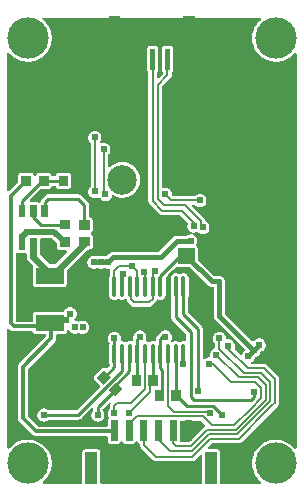
<source format=gbl>
G04 Layer: BottomLayer*
G04 EasyEDA v6.4.24, 2021-09-13T20:31:56+08:00*
G04 7c28fe87c5d546dabd79321d24f41f1d,34bb6763e28e4bbdb854ef51fa08daf4,10*
G04 Gerber Generator version 0.2*
G04 Scale: 100 percent, Rotated: No, Reflected: No *
G04 Dimensions in millimeters *
G04 leading zeros omitted , absolute positions ,4 integer and 5 decimal *
%FSLAX45Y45*%
%MOMM*%

%ADD10C,0.2540*%
%ADD11C,0.2000*%
%ADD12C,0.6000*%
%ADD13C,0.5000*%
%ADD14C,0.4000*%
%ADD15C,0.6096*%
%ADD18R,0.8640X0.8065*%
%ADD30C,2.5000*%
%ADD31C,1.8000*%
%ADD32C,3.5000*%
%ADD33C,0.3000*%
%ADD34C,0.3640*%

%LPD*%
G36*
X-104597Y-2117090D02*
G01*
X-108458Y-2116328D01*
X-111760Y-2114092D01*
X-195122Y-2030780D01*
X-197307Y-2027478D01*
X-198069Y-2023567D01*
X-198069Y-1943862D01*
X-198983Y-1933702D01*
X-200253Y-1928926D01*
X-200609Y-1926336D01*
X-200609Y-1907387D01*
X-199745Y-1903272D01*
X-197307Y-1899869D01*
X-193700Y-1897735D01*
X-189534Y-1897227D01*
X-182575Y-1897837D01*
X-172821Y-1896973D01*
X-163322Y-1894433D01*
X-160985Y-1893366D01*
X-156718Y-1892401D01*
X-100736Y-1892401D01*
X-96824Y-1893163D01*
X-93573Y-1895398D01*
X-59385Y-1929536D01*
X-57200Y-1932838D01*
X-56388Y-1936750D01*
X-56388Y-1969262D01*
X-55676Y-1975612D01*
X-53797Y-1981047D01*
X-50698Y-1985975D01*
X-46634Y-1990039D01*
X-41706Y-1993138D01*
X-36271Y-1995068D01*
X-29921Y-1995779D01*
X21590Y-1995779D01*
X25450Y-1996541D01*
X28752Y-1998725D01*
X30937Y-2002028D01*
X31750Y-2005939D01*
X30937Y-2009800D01*
X28752Y-2013102D01*
X-72339Y-2114092D01*
X-75641Y-2116328D01*
X-79552Y-2117090D01*
G37*

%LPD*%
G36*
X997153Y-3621684D02*
G01*
X992987Y-3620820D01*
X989584Y-3618280D01*
X987450Y-3614623D01*
X987044Y-3610406D01*
X987399Y-3607409D01*
X987399Y-3449675D01*
X988161Y-3445764D01*
X990346Y-3442462D01*
X993648Y-3440277D01*
X997559Y-3439515D01*
X1161999Y-3439515D01*
X1165910Y-3440277D01*
X1169212Y-3442462D01*
X1199845Y-3473145D01*
X1202131Y-3476650D01*
X1202791Y-3480765D01*
X1201775Y-3484829D01*
X1199134Y-3488131D01*
X1193495Y-3492855D01*
X1067612Y-3618737D01*
X1064310Y-3620922D01*
X1060399Y-3621684D01*
G37*

%LPD*%
G36*
X1337462Y-3974084D02*
G01*
X1333601Y-3973322D01*
X1330299Y-3971137D01*
X1328064Y-3967835D01*
X1327302Y-3963924D01*
X1327302Y-3708552D01*
X1326591Y-3702253D01*
X1324660Y-3696766D01*
X1321612Y-3691890D01*
X1317498Y-3687775D01*
X1312621Y-3684727D01*
X1307134Y-3682796D01*
X1300835Y-3682085D01*
X1231900Y-3682085D01*
X1228039Y-3681323D01*
X1224737Y-3679088D01*
X1222552Y-3675837D01*
X1221740Y-3671925D01*
X1222552Y-3668014D01*
X1224737Y-3664762D01*
X1256487Y-3632962D01*
X1259789Y-3630777D01*
X1263700Y-3630015D01*
X1485392Y-3630015D01*
X1493367Y-3629151D01*
X1500479Y-3626865D01*
X1507083Y-3623056D01*
X1511554Y-3619195D01*
X1815693Y-3315055D01*
X1820773Y-3308807D01*
X1824177Y-3302152D01*
X1826158Y-3294786D01*
X1826615Y-3288893D01*
X1826615Y-3086608D01*
X1825752Y-3078632D01*
X1823466Y-3071520D01*
X1819656Y-3064916D01*
X1815795Y-3060446D01*
X1727555Y-2972206D01*
X1721307Y-2967126D01*
X1714652Y-2963722D01*
X1707286Y-2961741D01*
X1701393Y-2961284D01*
X1594154Y-2961284D01*
X1590344Y-2960522D01*
X1587093Y-2958388D01*
X1584858Y-2955188D01*
X1583994Y-2951378D01*
X1584655Y-2947517D01*
X1586738Y-2944215D01*
X1589887Y-2941929D01*
X1595323Y-2939389D01*
X1603349Y-2933750D01*
X1610309Y-2926842D01*
X1615948Y-2918764D01*
X1620062Y-2909874D01*
X1621129Y-2905963D01*
X1622602Y-2902762D01*
X1625092Y-2900273D01*
X1628292Y-2898800D01*
X1632153Y-2897733D01*
X1641093Y-2893618D01*
X1649120Y-2887980D01*
X1656080Y-2881020D01*
X1661718Y-2872994D01*
X1665833Y-2864053D01*
X1666849Y-2860294D01*
X1668373Y-2857093D01*
X1670862Y-2854604D01*
X1674063Y-2853131D01*
X1677822Y-2852115D01*
X1686763Y-2847949D01*
X1694789Y-2842310D01*
X1701749Y-2835402D01*
X1707388Y-2827324D01*
X1711502Y-2818434D01*
X1714042Y-2808935D01*
X1714906Y-2799181D01*
X1714042Y-2789377D01*
X1711502Y-2779877D01*
X1707388Y-2770987D01*
X1701749Y-2762910D01*
X1694789Y-2756001D01*
X1686763Y-2750362D01*
X1677822Y-2746197D01*
X1668373Y-2743657D01*
X1658569Y-2742793D01*
X1648764Y-2743657D01*
X1639316Y-2746197D01*
X1630375Y-2750362D01*
X1622348Y-2756001D01*
X1615389Y-2762910D01*
X1614322Y-2764434D01*
X1611122Y-2767431D01*
X1606905Y-2768752D01*
X1602536Y-2768193D01*
X1598828Y-2765806D01*
X1369669Y-2536647D01*
X1367485Y-2533345D01*
X1366723Y-2529484D01*
X1366723Y-2260854D01*
X1366520Y-2256383D01*
X1365910Y-2252167D01*
X1364945Y-2248052D01*
X1363573Y-2244039D01*
X1361897Y-2240127D01*
X1359814Y-2236419D01*
X1357426Y-2232964D01*
X1354734Y-2229662D01*
X1351737Y-2226665D01*
X1348435Y-2223973D01*
X1344980Y-2221585D01*
X1341272Y-2219502D01*
X1337360Y-2217826D01*
X1333347Y-2216454D01*
X1329232Y-2215489D01*
X1325016Y-2214880D01*
X1320546Y-2214676D01*
X1279144Y-2214676D01*
X1275232Y-2213914D01*
X1271930Y-2211730D01*
X1139393Y-2079142D01*
X1137158Y-2075840D01*
X1136396Y-2071979D01*
X1136396Y-1977745D01*
X1135684Y-1971446D01*
X1133805Y-1966010D01*
X1130706Y-1961083D01*
X1129030Y-1959457D01*
X1127048Y-1956562D01*
X1126134Y-1953158D01*
X1126439Y-1949602D01*
X1132433Y-1936953D01*
X1134973Y-1927504D01*
X1135837Y-1917700D01*
X1134973Y-1907895D01*
X1132433Y-1898446D01*
X1128318Y-1889506D01*
X1122680Y-1881479D01*
X1115720Y-1874520D01*
X1107694Y-1868881D01*
X1102156Y-1866341D01*
X1098651Y-1863648D01*
X1096619Y-1859737D01*
X1096416Y-1855368D01*
X1098092Y-1851304D01*
X1101344Y-1848307D01*
X1105560Y-1846986D01*
X1114704Y-1846173D01*
X1124153Y-1843633D01*
X1129842Y-1840992D01*
X1133856Y-1840026D01*
X1137920Y-1840788D01*
X1141323Y-1843024D01*
X1144879Y-1846580D01*
X1152906Y-1852218D01*
X1161846Y-1856333D01*
X1171295Y-1858873D01*
X1181100Y-1859737D01*
X1190904Y-1858873D01*
X1200353Y-1856333D01*
X1209294Y-1852218D01*
X1217320Y-1846580D01*
X1224280Y-1839620D01*
X1229918Y-1831593D01*
X1234033Y-1822653D01*
X1236573Y-1813204D01*
X1237437Y-1803400D01*
X1236573Y-1793595D01*
X1234033Y-1784146D01*
X1229918Y-1775206D01*
X1224280Y-1767179D01*
X1217320Y-1760220D01*
X1208532Y-1754073D01*
X1206195Y-1751838D01*
X1204722Y-1748942D01*
X1201166Y-1738020D01*
X1197356Y-1731416D01*
X1193495Y-1726946D01*
X1094638Y-1628038D01*
X1092454Y-1624736D01*
X1091641Y-1620875D01*
X1092454Y-1616964D01*
X1094638Y-1613662D01*
X1097940Y-1611477D01*
X1101801Y-1610715D01*
X1107998Y-1610715D01*
X1111910Y-1611477D01*
X1115212Y-1613662D01*
X1119479Y-1617980D01*
X1127506Y-1623618D01*
X1136446Y-1627733D01*
X1145895Y-1630273D01*
X1155700Y-1631137D01*
X1165504Y-1630273D01*
X1174953Y-1627733D01*
X1183894Y-1623618D01*
X1191920Y-1617980D01*
X1198880Y-1611020D01*
X1204518Y-1602994D01*
X1208633Y-1594053D01*
X1211173Y-1584604D01*
X1212037Y-1574800D01*
X1211173Y-1564995D01*
X1208633Y-1555546D01*
X1204518Y-1546606D01*
X1198880Y-1538579D01*
X1191920Y-1531620D01*
X1183894Y-1525981D01*
X1174953Y-1521866D01*
X1165504Y-1519326D01*
X1155700Y-1518462D01*
X1145895Y-1519326D01*
X1136446Y-1521866D01*
X1127506Y-1525981D01*
X1119479Y-1531620D01*
X1115212Y-1535938D01*
X1111910Y-1538122D01*
X1107998Y-1538884D01*
X933500Y-1538884D01*
X929589Y-1538122D01*
X926287Y-1535938D01*
X922832Y-1532483D01*
X920496Y-1528775D01*
X919073Y-1514195D01*
X916533Y-1504746D01*
X912418Y-1495806D01*
X906780Y-1487779D01*
X899820Y-1480820D01*
X891794Y-1475181D01*
X882853Y-1471066D01*
X873404Y-1468526D01*
X863600Y-1467662D01*
X853795Y-1468526D01*
X848817Y-1469847D01*
X845108Y-1470152D01*
X841552Y-1469085D01*
X838606Y-1466850D01*
X836676Y-1463700D01*
X836015Y-1460042D01*
X836015Y-616000D01*
X836777Y-612089D01*
X838962Y-608787D01*
X906373Y-541375D01*
X911453Y-535127D01*
X914857Y-528472D01*
X916838Y-521106D01*
X917295Y-515213D01*
X917295Y-493572D01*
X918057Y-489712D01*
X920242Y-486409D01*
X921562Y-485089D01*
X924661Y-480212D01*
X926541Y-474776D01*
X927252Y-468426D01*
X927252Y-289560D01*
X926541Y-283260D01*
X924661Y-277774D01*
X921562Y-272897D01*
X917448Y-268782D01*
X912571Y-265734D01*
X907084Y-263804D01*
X900785Y-263093D01*
X861923Y-263093D01*
X855624Y-263804D01*
X850137Y-265734D01*
X845261Y-268782D01*
X841146Y-272897D01*
X838047Y-277774D01*
X836168Y-283260D01*
X835456Y-289560D01*
X835456Y-468426D01*
X836168Y-474776D01*
X838047Y-480212D01*
X841146Y-485089D01*
X842518Y-486460D01*
X844702Y-489762D01*
X845464Y-493623D01*
X845464Y-496519D01*
X844702Y-500430D01*
X842518Y-503732D01*
X809650Y-536549D01*
X806348Y-538734D01*
X802487Y-539546D01*
X798576Y-538734D01*
X795274Y-536549D01*
X793089Y-533247D01*
X792327Y-529386D01*
X792327Y-493572D01*
X793089Y-489661D01*
X795274Y-486359D01*
X796544Y-485089D01*
X799642Y-480212D01*
X801522Y-474776D01*
X802284Y-468426D01*
X802284Y-289560D01*
X801522Y-283260D01*
X799642Y-277774D01*
X796544Y-272897D01*
X792480Y-268782D01*
X787552Y-265734D01*
X782116Y-263804D01*
X775766Y-263093D01*
X736904Y-263093D01*
X730605Y-263804D01*
X725119Y-265734D01*
X720242Y-268782D01*
X716127Y-272897D01*
X713079Y-277774D01*
X711149Y-283260D01*
X710438Y-289560D01*
X710438Y-468426D01*
X711149Y-474776D01*
X713079Y-480212D01*
X716127Y-485089D01*
X717550Y-486511D01*
X719734Y-489813D01*
X720496Y-493674D01*
X720496Y-1581404D01*
X721360Y-1589379D01*
X723646Y-1596491D01*
X727456Y-1603095D01*
X731316Y-1607566D01*
X812444Y-1688693D01*
X818692Y-1693773D01*
X825347Y-1697177D01*
X832713Y-1699158D01*
X838606Y-1699615D01*
X984199Y-1699615D01*
X988110Y-1700377D01*
X991412Y-1702562D01*
X1049578Y-1760728D01*
X1051560Y-1763623D01*
X1052474Y-1767027D01*
X1052169Y-1770532D01*
X1049426Y-1780895D01*
X1048562Y-1790700D01*
X1049426Y-1800504D01*
X1051966Y-1809953D01*
X1056081Y-1818893D01*
X1061720Y-1826920D01*
X1068679Y-1833880D01*
X1076706Y-1839518D01*
X1082243Y-1842058D01*
X1085748Y-1844751D01*
X1087780Y-1848662D01*
X1087983Y-1853031D01*
X1086307Y-1857095D01*
X1083056Y-1860092D01*
X1078839Y-1861413D01*
X1069695Y-1862226D01*
X1060246Y-1864766D01*
X1051306Y-1868881D01*
X1047038Y-1871319D01*
X1043990Y-1871776D01*
X963421Y-1871827D01*
X954684Y-1873046D01*
X946658Y-1875739D01*
X939292Y-1879854D01*
X932383Y-1885594D01*
X809447Y-2008530D01*
X806145Y-2010714D01*
X802284Y-2011476D01*
X417525Y-2011527D01*
X408787Y-2012746D01*
X400761Y-2015439D01*
X393344Y-2019554D01*
X386486Y-2025294D01*
X371348Y-2040432D01*
X369214Y-2042007D01*
X366776Y-2043023D01*
X359460Y-2045004D01*
X352907Y-2048052D01*
X348589Y-2049018D01*
X344322Y-2048052D01*
X337769Y-2045004D01*
X328269Y-2042464D01*
X318516Y-2041601D01*
X308711Y-2042464D01*
X299212Y-2045004D01*
X292709Y-2048052D01*
X288391Y-2049018D01*
X284073Y-2048052D01*
X277571Y-2045004D01*
X268071Y-2042464D01*
X258317Y-2041601D01*
X248513Y-2042464D01*
X239014Y-2045004D01*
X230124Y-2049170D01*
X222046Y-2054809D01*
X215138Y-2061718D01*
X209499Y-2069795D01*
X205333Y-2078685D01*
X202793Y-2088184D01*
X201930Y-2097989D01*
X202793Y-2107742D01*
X205333Y-2117242D01*
X209499Y-2126132D01*
X215138Y-2134209D01*
X222046Y-2141118D01*
X230124Y-2146757D01*
X239014Y-2150922D01*
X248513Y-2153462D01*
X258317Y-2154326D01*
X268071Y-2153462D01*
X277571Y-2150922D01*
X284073Y-2147874D01*
X288391Y-2146909D01*
X292709Y-2147874D01*
X299212Y-2150922D01*
X308711Y-2153462D01*
X318516Y-2154326D01*
X328269Y-2153462D01*
X337769Y-2150922D01*
X344322Y-2147874D01*
X348589Y-2146909D01*
X352907Y-2147874D01*
X359460Y-2150922D01*
X368909Y-2153462D01*
X378714Y-2154326D01*
X385216Y-2153767D01*
X389077Y-2154174D01*
X392480Y-2155952D01*
X394970Y-2158949D01*
X396189Y-2162606D01*
X395376Y-2172614D01*
X395376Y-2206294D01*
X394309Y-2210816D01*
X390296Y-2218893D01*
X388112Y-2226716D01*
X387299Y-2235250D01*
X387299Y-2372156D01*
X388112Y-2380691D01*
X390296Y-2388514D01*
X393954Y-2395778D01*
X398830Y-2402281D01*
X404825Y-2407767D01*
X411784Y-2412034D01*
X419354Y-2414981D01*
X427329Y-2416454D01*
X435457Y-2416454D01*
X443484Y-2414981D01*
X451053Y-2412034D01*
X458571Y-2407412D01*
X462026Y-2406040D01*
X465785Y-2406040D01*
X469239Y-2407412D01*
X476758Y-2412034D01*
X484327Y-2414981D01*
X492353Y-2416454D01*
X500481Y-2416454D01*
X508457Y-2414981D01*
X516026Y-2412034D01*
X520598Y-2409240D01*
X524408Y-2407818D01*
X528523Y-2408021D01*
X532180Y-2409850D01*
X534822Y-2412898D01*
X536041Y-2416810D01*
X536448Y-2420467D01*
X538734Y-2427579D01*
X542544Y-2434183D01*
X546404Y-2438654D01*
X571144Y-2463393D01*
X577392Y-2468473D01*
X584047Y-2471877D01*
X591413Y-2473858D01*
X597306Y-2474315D01*
X723392Y-2474315D01*
X731367Y-2473452D01*
X738479Y-2471166D01*
X745083Y-2467356D01*
X749554Y-2463495D01*
X781405Y-2431643D01*
X786434Y-2425446D01*
X790448Y-2417521D01*
X792683Y-2414574D01*
X795832Y-2412593D01*
X799490Y-2411933D01*
X803198Y-2412593D01*
X809345Y-2414981D01*
X817321Y-2416454D01*
X825449Y-2416454D01*
X833475Y-2414981D01*
X841044Y-2412034D01*
X847953Y-2407767D01*
X853948Y-2402281D01*
X858875Y-2395778D01*
X862482Y-2388514D01*
X864717Y-2380691D01*
X865530Y-2372156D01*
X865530Y-2235250D01*
X865022Y-2230069D01*
X865581Y-2225700D01*
X867968Y-2221941D01*
X950925Y-2138984D01*
X954024Y-2136851D01*
X957732Y-2136038D01*
X961440Y-2136597D01*
X963726Y-2137410D01*
X970076Y-2138121D01*
X1064260Y-2138121D01*
X1068171Y-2138883D01*
X1071473Y-2141067D01*
X1224737Y-2294280D01*
X1231747Y-2299614D01*
X1239316Y-2303373D01*
X1247597Y-2305710D01*
X1253947Y-2306472D01*
X1264767Y-2306523D01*
X1268679Y-2307285D01*
X1271930Y-2309520D01*
X1274114Y-2312771D01*
X1274876Y-2316683D01*
X1274927Y-2554478D01*
X1276146Y-2563215D01*
X1278839Y-2571242D01*
X1282954Y-2578608D01*
X1288694Y-2585516D01*
X1533956Y-2830779D01*
X1536293Y-2834487D01*
X1536852Y-2838805D01*
X1535531Y-2843022D01*
X1532585Y-2846273D01*
X1530908Y-2847441D01*
X1523949Y-2854350D01*
X1518310Y-2862427D01*
X1514195Y-2871317D01*
X1512976Y-2875737D01*
X1511096Y-2879496D01*
X1507794Y-2882188D01*
X1503730Y-2883255D01*
X1499514Y-2882595D01*
X1496009Y-2880309D01*
X1452321Y-2836672D01*
X1450340Y-2833776D01*
X1449425Y-2830372D01*
X1449730Y-2826867D01*
X1452473Y-2816504D01*
X1453337Y-2806700D01*
X1452473Y-2796895D01*
X1449933Y-2787446D01*
X1445818Y-2778506D01*
X1440180Y-2770479D01*
X1433220Y-2763520D01*
X1425194Y-2757881D01*
X1416253Y-2753766D01*
X1406804Y-2751226D01*
X1397000Y-2750362D01*
X1388059Y-2751124D01*
X1384096Y-2750718D01*
X1380642Y-2748788D01*
X1378153Y-2745689D01*
X1377035Y-2741879D01*
X1376273Y-2733395D01*
X1373733Y-2723946D01*
X1369618Y-2715006D01*
X1363980Y-2706979D01*
X1357020Y-2700020D01*
X1348994Y-2694381D01*
X1340053Y-2690266D01*
X1330604Y-2687726D01*
X1320800Y-2686862D01*
X1310995Y-2687726D01*
X1301546Y-2690266D01*
X1292606Y-2694381D01*
X1284579Y-2700020D01*
X1277620Y-2706979D01*
X1271981Y-2715006D01*
X1267866Y-2723946D01*
X1265326Y-2733395D01*
X1264462Y-2743200D01*
X1265326Y-2753004D01*
X1267866Y-2762453D01*
X1271981Y-2771394D01*
X1277620Y-2779420D01*
X1281938Y-2783687D01*
X1284122Y-2786989D01*
X1284884Y-2790901D01*
X1284884Y-2819806D01*
X1283919Y-2824073D01*
X1281277Y-2827578D01*
X1267206Y-2834081D01*
X1259179Y-2839720D01*
X1252220Y-2846679D01*
X1246581Y-2854706D01*
X1242466Y-2863646D01*
X1239926Y-2873095D01*
X1239062Y-2882900D01*
X1239824Y-2891840D01*
X1239418Y-2895803D01*
X1237488Y-2899257D01*
X1234389Y-2901746D01*
X1230579Y-2902864D01*
X1222095Y-2903626D01*
X1212646Y-2906166D01*
X1203706Y-2910281D01*
X1197610Y-2914599D01*
X1193546Y-2916275D01*
X1189126Y-2916072D01*
X1185214Y-2914040D01*
X1182573Y-2910586D01*
X1181608Y-2906268D01*
X1181608Y-2667508D01*
X1180795Y-2659481D01*
X1178610Y-2652268D01*
X1175054Y-2645562D01*
X1169924Y-2639364D01*
X1058011Y-2527401D01*
X1055776Y-2524099D01*
X1055014Y-2520188D01*
X1055014Y-2395880D01*
X1056081Y-2391359D01*
X1057503Y-2388514D01*
X1059738Y-2380691D01*
X1060500Y-2372156D01*
X1060500Y-2235250D01*
X1059738Y-2226716D01*
X1057503Y-2218893D01*
X1053846Y-2211628D01*
X1048969Y-2205126D01*
X1042974Y-2199640D01*
X1036015Y-2195372D01*
X1028446Y-2192426D01*
X1020470Y-2190902D01*
X1012342Y-2190902D01*
X1004316Y-2192426D01*
X996746Y-2195372D01*
X989228Y-2199995D01*
X985774Y-2201367D01*
X982014Y-2201367D01*
X978560Y-2199995D01*
X971042Y-2195372D01*
X963472Y-2192426D01*
X955446Y-2190902D01*
X947318Y-2190902D01*
X939342Y-2192426D01*
X931773Y-2195372D01*
X924864Y-2199640D01*
X918819Y-2205126D01*
X913942Y-2211628D01*
X910336Y-2218893D01*
X908100Y-2226716D01*
X907287Y-2235250D01*
X907287Y-2372156D01*
X908100Y-2380691D01*
X910336Y-2388514D01*
X912621Y-2393746D01*
X912876Y-2396083D01*
X912876Y-2563876D01*
X913688Y-2571902D01*
X915873Y-2579116D01*
X919429Y-2585821D01*
X924560Y-2592019D01*
X1037894Y-2705404D01*
X1040130Y-2708706D01*
X1040892Y-2712618D01*
X1040892Y-2756712D01*
X1039926Y-2761030D01*
X1037234Y-2764536D01*
X1033271Y-2766517D01*
X1028852Y-2766669D01*
X1020470Y-2765145D01*
X1012342Y-2765145D01*
X1004316Y-2766618D01*
X996746Y-2769565D01*
X989228Y-2774188D01*
X985774Y-2775559D01*
X982014Y-2775559D01*
X978560Y-2774188D01*
X971042Y-2769565D01*
X963472Y-2766618D01*
X955446Y-2765145D01*
X947318Y-2765145D01*
X939342Y-2766618D01*
X931773Y-2769565D01*
X926134Y-2773019D01*
X922477Y-2774391D01*
X918565Y-2774289D01*
X914958Y-2772714D01*
X912266Y-2769870D01*
X910793Y-2766212D01*
X910844Y-2762300D01*
X916533Y-2749753D01*
X919073Y-2740304D01*
X919937Y-2730500D01*
X919073Y-2720695D01*
X916533Y-2711246D01*
X912418Y-2702306D01*
X906780Y-2694279D01*
X899820Y-2687320D01*
X891794Y-2681681D01*
X882853Y-2677566D01*
X873404Y-2675026D01*
X863600Y-2674162D01*
X853795Y-2675026D01*
X844346Y-2677566D01*
X835406Y-2681681D01*
X827379Y-2687320D01*
X820419Y-2694279D01*
X817422Y-2697886D01*
X810564Y-2703576D01*
X794512Y-2719628D01*
X789381Y-2725826D01*
X785825Y-2732532D01*
X783640Y-2739745D01*
X782828Y-2747772D01*
X782828Y-2757373D01*
X782066Y-2761183D01*
X779932Y-2764485D01*
X776681Y-2766669D01*
X772871Y-2767533D01*
X760476Y-2765145D01*
X752348Y-2765145D01*
X744321Y-2766618D01*
X736752Y-2769565D01*
X729234Y-2774188D01*
X725779Y-2775559D01*
X722020Y-2775559D01*
X718566Y-2774188D01*
X711047Y-2769565D01*
X704545Y-2767025D01*
X701090Y-2764790D01*
X698804Y-2761335D01*
X698093Y-2757271D01*
X699008Y-2753258D01*
X700633Y-2749753D01*
X703173Y-2740304D01*
X704037Y-2730500D01*
X703173Y-2720695D01*
X700633Y-2711246D01*
X696518Y-2702306D01*
X690880Y-2694279D01*
X683920Y-2687320D01*
X675894Y-2681681D01*
X666953Y-2677566D01*
X657504Y-2675026D01*
X647700Y-2674162D01*
X637895Y-2675026D01*
X628446Y-2677566D01*
X619506Y-2681681D01*
X611479Y-2687320D01*
X604520Y-2694279D01*
X598881Y-2702306D01*
X594766Y-2711246D01*
X592226Y-2720695D01*
X591362Y-2730500D01*
X591108Y-2736037D01*
X588568Y-2744317D01*
X587806Y-2752293D01*
X587806Y-2757322D01*
X587044Y-2761183D01*
X584860Y-2764434D01*
X581660Y-2766669D01*
X577799Y-2767482D01*
X565454Y-2765145D01*
X557326Y-2765145D01*
X549351Y-2766618D01*
X541782Y-2769565D01*
X534263Y-2774188D01*
X530758Y-2775559D01*
X527050Y-2775559D01*
X523544Y-2774188D01*
X516026Y-2769565D01*
X508457Y-2766618D01*
X500227Y-2765094D01*
X496824Y-2764891D01*
X492912Y-2763875D01*
X489661Y-2761437D01*
X487680Y-2757881D01*
X487222Y-2753868D01*
X488137Y-2743200D01*
X487273Y-2733395D01*
X484733Y-2723946D01*
X480618Y-2715006D01*
X474980Y-2706979D01*
X468020Y-2700020D01*
X459993Y-2694381D01*
X451053Y-2690266D01*
X441604Y-2687726D01*
X431800Y-2686862D01*
X421995Y-2687726D01*
X412546Y-2690266D01*
X403606Y-2694381D01*
X395579Y-2700020D01*
X388620Y-2706979D01*
X382981Y-2715006D01*
X378866Y-2723946D01*
X376326Y-2733395D01*
X375462Y-2743200D01*
X376326Y-2753004D01*
X378866Y-2762453D01*
X382981Y-2771394D01*
X389128Y-2779928D01*
X391414Y-2783433D01*
X392074Y-2787548D01*
X391058Y-2791612D01*
X390296Y-2793085D01*
X388112Y-2800908D01*
X387299Y-2809443D01*
X387299Y-2946349D01*
X388112Y-2954883D01*
X391871Y-2967736D01*
X391160Y-2971901D01*
X388874Y-2975406D01*
X373380Y-2990900D01*
X369925Y-2993186D01*
X365810Y-2993847D01*
X361797Y-2992882D01*
X356260Y-2990189D01*
X350621Y-2988919D01*
X344830Y-2988919D01*
X339191Y-2990189D01*
X334010Y-2992729D01*
X329031Y-2996692D01*
X266192Y-3059531D01*
X262229Y-3064510D01*
X259689Y-3069691D01*
X258419Y-3075330D01*
X258419Y-3081121D01*
X259689Y-3086760D01*
X262229Y-3091992D01*
X266192Y-3096971D01*
X309067Y-3139846D01*
X311302Y-3143148D01*
X312064Y-3147060D01*
X311302Y-3150920D01*
X309067Y-3154222D01*
X113995Y-3349294D01*
X110693Y-3351529D01*
X106781Y-3352292D01*
X-120091Y-3352292D01*
X-124002Y-3351529D01*
X-127304Y-3349294D01*
X-128879Y-3347720D01*
X-136906Y-3342081D01*
X-145846Y-3337966D01*
X-155295Y-3335426D01*
X-165100Y-3334562D01*
X-174904Y-3335426D01*
X-184353Y-3337966D01*
X-193294Y-3342081D01*
X-201320Y-3347720D01*
X-208279Y-3354679D01*
X-213918Y-3362706D01*
X-218033Y-3371646D01*
X-220573Y-3381095D01*
X-221437Y-3390900D01*
X-220573Y-3400704D01*
X-218033Y-3410153D01*
X-213918Y-3419094D01*
X-208279Y-3427120D01*
X-201320Y-3434079D01*
X-193294Y-3439718D01*
X-184353Y-3443833D01*
X-174904Y-3446373D01*
X-165100Y-3447237D01*
X-155295Y-3446373D01*
X-145846Y-3443833D01*
X-136906Y-3439718D01*
X-128879Y-3434079D01*
X-127304Y-3432505D01*
X-124002Y-3430270D01*
X-120091Y-3429508D01*
X126492Y-3429508D01*
X134518Y-3428695D01*
X141732Y-3426510D01*
X148437Y-3422954D01*
X154635Y-3417824D01*
X236169Y-3336340D01*
X239420Y-3334156D01*
X243332Y-3333394D01*
X247243Y-3334156D01*
X250494Y-3336340D01*
X252729Y-3339642D01*
X253492Y-3343554D01*
X253492Y-3345891D01*
X252729Y-3349802D01*
X250494Y-3353104D01*
X248920Y-3354679D01*
X243281Y-3362706D01*
X239166Y-3371646D01*
X236626Y-3381095D01*
X235762Y-3390900D01*
X236626Y-3400704D01*
X239166Y-3410153D01*
X243281Y-3419094D01*
X248920Y-3427120D01*
X255879Y-3434079D01*
X263906Y-3439718D01*
X272846Y-3443833D01*
X282295Y-3446373D01*
X292100Y-3447237D01*
X301904Y-3446373D01*
X311353Y-3443833D01*
X320294Y-3439718D01*
X328320Y-3434079D01*
X335280Y-3427120D01*
X340918Y-3419094D01*
X345033Y-3410153D01*
X347573Y-3400704D01*
X348437Y-3390900D01*
X347573Y-3381095D01*
X345033Y-3371646D01*
X340918Y-3362706D01*
X335280Y-3354679D01*
X333705Y-3353104D01*
X331470Y-3349802D01*
X330708Y-3344976D01*
X331470Y-3341115D01*
X333705Y-3337814D01*
X382778Y-3288741D01*
X386181Y-3286506D01*
X390194Y-3285744D01*
X394157Y-3286658D01*
X397459Y-3289046D01*
X399542Y-3292551D01*
X400100Y-3296615D01*
X398322Y-3301847D01*
X396341Y-3309213D01*
X395884Y-3315106D01*
X395884Y-3330498D01*
X395122Y-3334410D01*
X392938Y-3337712D01*
X388620Y-3341979D01*
X382981Y-3350006D01*
X378866Y-3358946D01*
X376326Y-3368395D01*
X375462Y-3378200D01*
X376326Y-3388004D01*
X378866Y-3397453D01*
X382981Y-3406394D01*
X385318Y-3410712D01*
X385622Y-3414268D01*
X384708Y-3417671D01*
X381355Y-3421887D01*
X378256Y-3426764D01*
X376377Y-3432251D01*
X375666Y-3438550D01*
X375666Y-3479546D01*
X374904Y-3483406D01*
X372668Y-3486708D01*
X369366Y-3488944D01*
X365506Y-3489706D01*
X-207467Y-3489706D01*
X-211328Y-3488944D01*
X-214629Y-3486708D01*
X-299008Y-3402329D01*
X-301193Y-3399028D01*
X-302006Y-3395167D01*
X-302006Y-3005632D01*
X-301193Y-3001772D01*
X-299008Y-2998470D01*
X-72999Y-2772460D01*
X-67614Y-2765907D01*
X-63855Y-2758846D01*
X-61518Y-2751175D01*
X-60706Y-2742692D01*
X-60706Y-2719070D01*
X-59893Y-2715158D01*
X-57708Y-2711856D01*
X-54406Y-2709672D01*
X-50546Y-2708910D01*
X2641Y-2708910D01*
X8940Y-2708198D01*
X14427Y-2706268D01*
X19304Y-2703220D01*
X23418Y-2699105D01*
X26466Y-2694228D01*
X28397Y-2688742D01*
X29108Y-2682443D01*
X29108Y-2677871D01*
X29870Y-2674010D01*
X32004Y-2670759D01*
X35204Y-2668524D01*
X39014Y-2667711D01*
X42875Y-2668371D01*
X46177Y-2670403D01*
X48463Y-2673553D01*
X49580Y-2675991D01*
X55219Y-2684018D01*
X62179Y-2690977D01*
X70205Y-2696616D01*
X79146Y-2700731D01*
X88595Y-2703271D01*
X98399Y-2704134D01*
X108204Y-2703271D01*
X117652Y-2700731D01*
X126187Y-2696768D01*
X130505Y-2695803D01*
X134772Y-2696768D01*
X143306Y-2700731D01*
X152755Y-2703271D01*
X162560Y-2704134D01*
X172364Y-2703271D01*
X181813Y-2700731D01*
X190754Y-2696616D01*
X198780Y-2690977D01*
X205740Y-2684018D01*
X211378Y-2675991D01*
X215493Y-2667050D01*
X218033Y-2657602D01*
X218897Y-2647797D01*
X218033Y-2637993D01*
X215493Y-2628544D01*
X211378Y-2619603D01*
X205740Y-2611577D01*
X198780Y-2604617D01*
X190754Y-2598978D01*
X181813Y-2594864D01*
X172364Y-2592324D01*
X162560Y-2591460D01*
X152755Y-2592324D01*
X143306Y-2594864D01*
X134772Y-2598826D01*
X130505Y-2599791D01*
X126187Y-2598826D01*
X117652Y-2594864D01*
X108204Y-2592324D01*
X102006Y-2591765D01*
X98348Y-2590698D01*
X95300Y-2588412D01*
X93370Y-2585110D01*
X92760Y-2581351D01*
X93573Y-2577642D01*
X95707Y-2574442D01*
X100584Y-2569616D01*
X106222Y-2561590D01*
X110337Y-2552649D01*
X112877Y-2543200D01*
X113741Y-2533396D01*
X112877Y-2523591D01*
X110337Y-2514142D01*
X106222Y-2505202D01*
X100584Y-2497175D01*
X93624Y-2490216D01*
X85598Y-2484577D01*
X76657Y-2480462D01*
X67208Y-2477922D01*
X57404Y-2477058D01*
X47599Y-2477922D01*
X38150Y-2480462D01*
X29209Y-2484577D01*
X21183Y-2490216D01*
X14224Y-2497175D01*
X8585Y-2505202D01*
X5791Y-2511247D01*
X3556Y-2514295D01*
X355Y-2516378D01*
X-3403Y-2517089D01*
X-231241Y-2517089D01*
X-237540Y-2517800D01*
X-243027Y-2519730D01*
X-247904Y-2522778D01*
X-252018Y-2526893D01*
X-255066Y-2531770D01*
X-256997Y-2537256D01*
X-257708Y-2543556D01*
X-257708Y-2590546D01*
X-258470Y-2594406D01*
X-260705Y-2597708D01*
X-263956Y-2599944D01*
X-267868Y-2600706D01*
X-393446Y-2600706D01*
X-397306Y-2599944D01*
X-400608Y-2597708D01*
X-402793Y-2594406D01*
X-403606Y-2590546D01*
X-403606Y-2025091D01*
X-402691Y-2020874D01*
X-400100Y-2017420D01*
X-396341Y-2015388D01*
X-392074Y-2015032D01*
X-382270Y-2018588D01*
X-375920Y-2019300D01*
X-322072Y-2019300D01*
X-316992Y-2019655D01*
X-313283Y-2021738D01*
X-310794Y-2025142D01*
X-309930Y-2029307D01*
X-309930Y-2050745D01*
X-309676Y-2055825D01*
X-309067Y-2060651D01*
X-308000Y-2065426D01*
X-306527Y-2070049D01*
X-304647Y-2074570D01*
X-302412Y-2078888D01*
X-299770Y-2083003D01*
X-296824Y-2086864D01*
X-293370Y-2090623D01*
X-258876Y-2125167D01*
X-256743Y-2128266D01*
X-255879Y-2131974D01*
X-256997Y-2137257D01*
X-257708Y-2143556D01*
X-257708Y-2282444D01*
X-256997Y-2288743D01*
X-255066Y-2294229D01*
X-252018Y-2299106D01*
X-247904Y-2303221D01*
X-243027Y-2306269D01*
X-237540Y-2308199D01*
X-231241Y-2308910D01*
X2641Y-2308910D01*
X8940Y-2308199D01*
X14427Y-2306269D01*
X19304Y-2303221D01*
X23418Y-2299106D01*
X26466Y-2294229D01*
X28397Y-2288743D01*
X29108Y-2282444D01*
X29108Y-2175002D01*
X29870Y-2171141D01*
X32105Y-2167839D01*
X207010Y-1993087D01*
X210312Y-1990852D01*
X214172Y-1990089D01*
X222250Y-1990089D01*
X228549Y-1989378D01*
X234035Y-1987499D01*
X238912Y-1984400D01*
X243027Y-1980285D01*
X246075Y-1975408D01*
X248005Y-1969922D01*
X248716Y-1963623D01*
X248716Y-1884781D01*
X248005Y-1878431D01*
X246075Y-1872996D01*
X243027Y-1868068D01*
X238912Y-1864004D01*
X237032Y-1862785D01*
X234086Y-1859991D01*
X232460Y-1856232D01*
X232460Y-1852168D01*
X234086Y-1848408D01*
X237032Y-1845614D01*
X238912Y-1844395D01*
X243027Y-1840331D01*
X246075Y-1835404D01*
X248005Y-1829968D01*
X248716Y-1823618D01*
X248716Y-1744776D01*
X248005Y-1738477D01*
X246075Y-1732991D01*
X243027Y-1728114D01*
X238912Y-1723999D01*
X234035Y-1720900D01*
X228549Y-1719021D01*
X225450Y-1718665D01*
X221894Y-1717598D01*
X218998Y-1715312D01*
X217068Y-1712214D01*
X216408Y-1708556D01*
X216408Y-1613408D01*
X215595Y-1605381D01*
X213410Y-1598168D01*
X209854Y-1591462D01*
X204724Y-1585264D01*
X154635Y-1535176D01*
X148437Y-1530045D01*
X141732Y-1526489D01*
X134518Y-1524304D01*
X126492Y-1523492D01*
X-126492Y-1523492D01*
X-134518Y-1524304D01*
X-141732Y-1526489D01*
X-148437Y-1530045D01*
X-154635Y-1535176D01*
X-179324Y-1559864D01*
X-184454Y-1566062D01*
X-188010Y-1572768D01*
X-190195Y-1579981D01*
X-191414Y-1584960D01*
X-193802Y-1587957D01*
X-201117Y-1592224D01*
X-204622Y-1593596D01*
X-208381Y-1593596D01*
X-211937Y-1592224D01*
X-215290Y-1590090D01*
X-220776Y-1588211D01*
X-227075Y-1587500D01*
X-276453Y-1587500D01*
X-280314Y-1586687D01*
X-283616Y-1584502D01*
X-285851Y-1581200D01*
X-286613Y-1577340D01*
X-285851Y-1573428D01*
X-283616Y-1570126D01*
X-195275Y-1481785D01*
X-191973Y-1479600D01*
X-188112Y-1478788D01*
X-126237Y-1478788D01*
X-119887Y-1478076D01*
X-114452Y-1476197D01*
X-109524Y-1473098D01*
X-105460Y-1469034D01*
X-102362Y-1464106D01*
X-100431Y-1458671D01*
X-99263Y-1453794D01*
X-96977Y-1450898D01*
X-93827Y-1448968D01*
X-90220Y-1448308D01*
X-74879Y-1448308D01*
X-71272Y-1448968D01*
X-68122Y-1450898D01*
X-65836Y-1453794D01*
X-64668Y-1458671D01*
X-62738Y-1464106D01*
X-59639Y-1469034D01*
X-55575Y-1473098D01*
X-50647Y-1476197D01*
X-45212Y-1478076D01*
X-38862Y-1478788D01*
X40640Y-1478788D01*
X46939Y-1478076D01*
X52425Y-1476197D01*
X57302Y-1473098D01*
X61417Y-1469034D01*
X64465Y-1464106D01*
X66395Y-1458671D01*
X67106Y-1452321D01*
X67106Y-1367078D01*
X66395Y-1360728D01*
X64465Y-1355293D01*
X61417Y-1350365D01*
X57302Y-1346301D01*
X52425Y-1343202D01*
X46939Y-1341323D01*
X40640Y-1340612D01*
X-38862Y-1340612D01*
X-45212Y-1341323D01*
X-50647Y-1343202D01*
X-55575Y-1346301D01*
X-59639Y-1350365D01*
X-62738Y-1355293D01*
X-64668Y-1360728D01*
X-65836Y-1365605D01*
X-68122Y-1368501D01*
X-71272Y-1370431D01*
X-74879Y-1371092D01*
X-90220Y-1371092D01*
X-93827Y-1370431D01*
X-96977Y-1368501D01*
X-99263Y-1365605D01*
X-100431Y-1360728D01*
X-102362Y-1355293D01*
X-105460Y-1350365D01*
X-109524Y-1346301D01*
X-114452Y-1343202D01*
X-119887Y-1341323D01*
X-126237Y-1340612D01*
X-205740Y-1340612D01*
X-212039Y-1341323D01*
X-217525Y-1343202D01*
X-222402Y-1346301D01*
X-226517Y-1350365D01*
X-229565Y-1355293D01*
X-231698Y-1361338D01*
X-233832Y-1364894D01*
X-237236Y-1367332D01*
X-241300Y-1368145D01*
X-245364Y-1367332D01*
X-248767Y-1364894D01*
X-250901Y-1361338D01*
X-253034Y-1355293D01*
X-256082Y-1350365D01*
X-260197Y-1346301D01*
X-265074Y-1343202D01*
X-270560Y-1341323D01*
X-276860Y-1340612D01*
X-356362Y-1340612D01*
X-362712Y-1341323D01*
X-368147Y-1343202D01*
X-373075Y-1346301D01*
X-377139Y-1350365D01*
X-380238Y-1355293D01*
X-382168Y-1360728D01*
X-382879Y-1367078D01*
X-382879Y-1413865D01*
X-383641Y-1417726D01*
X-385826Y-1421028D01*
X-456742Y-1491945D01*
X-460044Y-1494180D01*
X-463905Y-1494942D01*
X-467817Y-1494180D01*
X-471119Y-1491945D01*
X-473303Y-1488643D01*
X-474065Y-1484782D01*
X-474065Y-332536D01*
X-473252Y-328523D01*
X-470865Y-325120D01*
X-467309Y-322986D01*
X-463194Y-322427D01*
X-459232Y-323545D01*
X-456031Y-326186D01*
X-450392Y-333197D01*
X-436829Y-347116D01*
X-421995Y-359613D01*
X-405993Y-370636D01*
X-389026Y-380085D01*
X-371246Y-387858D01*
X-352755Y-393852D01*
X-333806Y-398018D01*
X-314553Y-400354D01*
X-295148Y-400812D01*
X-275793Y-399440D01*
X-256641Y-396138D01*
X-237896Y-391058D01*
X-219760Y-384200D01*
X-202387Y-375564D01*
X-185877Y-365353D01*
X-170434Y-353568D01*
X-156260Y-340309D01*
X-143357Y-325780D01*
X-131978Y-310083D01*
X-122123Y-293370D01*
X-113944Y-275742D01*
X-107492Y-257454D01*
X-102870Y-238607D01*
X-100025Y-219405D01*
X-99110Y-199999D01*
X-100025Y-180594D01*
X-102870Y-161391D01*
X-107492Y-142544D01*
X-113944Y-124256D01*
X-122123Y-106629D01*
X-131978Y-89916D01*
X-143357Y-74218D01*
X-156260Y-59690D01*
X-170434Y-46431D01*
X-173482Y-44145D01*
X-176225Y-40944D01*
X-177444Y-36982D01*
X-176936Y-32816D01*
X-174802Y-29209D01*
X-171399Y-26771D01*
X-167284Y-25908D01*
X1667357Y-25908D01*
X1671370Y-26720D01*
X1674774Y-29108D01*
X1676907Y-32562D01*
X1677517Y-36626D01*
X1676450Y-40589D01*
X1673910Y-43840D01*
X1663192Y-52882D01*
X1649628Y-66802D01*
X1637487Y-81940D01*
X1626819Y-98145D01*
X1617827Y-115366D01*
X1610512Y-133299D01*
X1604924Y-151942D01*
X1601216Y-170992D01*
X1599336Y-190296D01*
X1599336Y-209702D01*
X1601216Y-229006D01*
X1604924Y-248056D01*
X1610512Y-266700D01*
X1617827Y-284632D01*
X1626819Y-301853D01*
X1637487Y-318058D01*
X1649628Y-333197D01*
X1663192Y-347116D01*
X1678025Y-359613D01*
X1693976Y-370636D01*
X1710943Y-380085D01*
X1728774Y-387858D01*
X1747215Y-393852D01*
X1766163Y-398018D01*
X1785467Y-400354D01*
X1804873Y-400812D01*
X1824228Y-399440D01*
X1843328Y-396138D01*
X1862074Y-391058D01*
X1880209Y-384200D01*
X1897634Y-375564D01*
X1914143Y-365353D01*
X1929536Y-353568D01*
X1943760Y-340309D01*
X1956307Y-326136D01*
X1959559Y-323697D01*
X1963521Y-322732D01*
X1967534Y-323392D01*
X1970989Y-325526D01*
X1973275Y-328879D01*
X1974088Y-332892D01*
X1974088Y-3667099D01*
X1973275Y-3671112D01*
X1970989Y-3674465D01*
X1967534Y-3676599D01*
X1963521Y-3677259D01*
X1959559Y-3676294D01*
X1956307Y-3673856D01*
X1943760Y-3659682D01*
X1929536Y-3646474D01*
X1914143Y-3634689D01*
X1897634Y-3624427D01*
X1880209Y-3615842D01*
X1862074Y-3608933D01*
X1843328Y-3603853D01*
X1824228Y-3600551D01*
X1804873Y-3599179D01*
X1785467Y-3599637D01*
X1766163Y-3601974D01*
X1747215Y-3606139D01*
X1728774Y-3612134D01*
X1710943Y-3619906D01*
X1693976Y-3629355D01*
X1678025Y-3640378D01*
X1663192Y-3652875D01*
X1649628Y-3666794D01*
X1637487Y-3681933D01*
X1626819Y-3698138D01*
X1617827Y-3715359D01*
X1610512Y-3733342D01*
X1604924Y-3751935D01*
X1601216Y-3770985D01*
X1599336Y-3790289D01*
X1599336Y-3809695D01*
X1601216Y-3829050D01*
X1604924Y-3848100D01*
X1610512Y-3866692D01*
X1617827Y-3884676D01*
X1626819Y-3901846D01*
X1637487Y-3918102D01*
X1649628Y-3933240D01*
X1663192Y-3947109D01*
X1673910Y-3956151D01*
X1676450Y-3959402D01*
X1677517Y-3963365D01*
X1676907Y-3967429D01*
X1674774Y-3970934D01*
X1671370Y-3973271D01*
X1667357Y-3974084D01*
G37*

%LPC*%
G36*
X355600Y-1580337D02*
G01*
X365404Y-1579473D01*
X374853Y-1576933D01*
X383794Y-1572818D01*
X391820Y-1567180D01*
X398780Y-1560220D01*
X404418Y-1552194D01*
X408533Y-1543253D01*
X410260Y-1536903D01*
X411835Y-1533601D01*
X414477Y-1531061D01*
X417830Y-1529638D01*
X421487Y-1529486D01*
X424992Y-1530654D01*
X434543Y-1535938D01*
X450189Y-1542440D01*
X466445Y-1547114D01*
X483108Y-1549958D01*
X500024Y-1550873D01*
X516890Y-1549958D01*
X533603Y-1547114D01*
X549859Y-1542440D01*
X565505Y-1535938D01*
X580288Y-1527759D01*
X594106Y-1517954D01*
X606704Y-1506677D01*
X617982Y-1494078D01*
X627786Y-1480261D01*
X635965Y-1465478D01*
X642416Y-1449832D01*
X647141Y-1433576D01*
X649935Y-1416913D01*
X650900Y-1399997D01*
X649935Y-1383080D01*
X647141Y-1366418D01*
X642416Y-1350162D01*
X635965Y-1334516D01*
X627786Y-1319733D01*
X617982Y-1305915D01*
X606704Y-1293317D01*
X594106Y-1282039D01*
X580288Y-1272235D01*
X565505Y-1264056D01*
X549859Y-1257554D01*
X533603Y-1252880D01*
X516890Y-1250035D01*
X500024Y-1249121D01*
X483108Y-1250035D01*
X466445Y-1252880D01*
X450189Y-1257554D01*
X434543Y-1264056D01*
X419760Y-1272235D01*
X405942Y-1282039D01*
X395732Y-1291132D01*
X392430Y-1293114D01*
X388569Y-1293723D01*
X384810Y-1292860D01*
X381660Y-1290624D01*
X379526Y-1287373D01*
X378815Y-1283563D01*
X378815Y-1190701D01*
X379577Y-1186789D01*
X381762Y-1183487D01*
X386080Y-1179220D01*
X391718Y-1171194D01*
X395833Y-1162253D01*
X398373Y-1152804D01*
X399237Y-1143000D01*
X398373Y-1133195D01*
X395833Y-1123746D01*
X391718Y-1114806D01*
X386080Y-1106779D01*
X379120Y-1099820D01*
X371094Y-1094181D01*
X362153Y-1090066D01*
X352704Y-1087526D01*
X342900Y-1086662D01*
X333095Y-1087526D01*
X322935Y-1090218D01*
X318820Y-1090472D01*
X314960Y-1089050D01*
X311962Y-1086256D01*
X310337Y-1082497D01*
X310337Y-1078382D01*
X311962Y-1074572D01*
X315518Y-1069594D01*
X319633Y-1060653D01*
X322173Y-1051204D01*
X323037Y-1041400D01*
X322173Y-1031595D01*
X319633Y-1022146D01*
X315518Y-1013206D01*
X309880Y-1005179D01*
X302920Y-998219D01*
X294894Y-992581D01*
X285953Y-988466D01*
X276504Y-985926D01*
X266700Y-985062D01*
X256895Y-985926D01*
X247446Y-988466D01*
X238506Y-992581D01*
X230479Y-998219D01*
X223520Y-1005179D01*
X217881Y-1013206D01*
X213766Y-1022146D01*
X211226Y-1031595D01*
X210362Y-1041400D01*
X211226Y-1051204D01*
X213766Y-1060653D01*
X217881Y-1069594D01*
X223520Y-1077620D01*
X227838Y-1081887D01*
X230022Y-1085189D01*
X230784Y-1089101D01*
X230784Y-1450898D01*
X230022Y-1454810D01*
X227838Y-1458112D01*
X223520Y-1462379D01*
X217881Y-1470406D01*
X213766Y-1479346D01*
X211226Y-1488795D01*
X210362Y-1498600D01*
X211226Y-1508404D01*
X213766Y-1517853D01*
X217881Y-1526794D01*
X223520Y-1534820D01*
X230479Y-1541780D01*
X238506Y-1547418D01*
X247446Y-1551533D01*
X256895Y-1554073D01*
X266700Y-1554937D01*
X276504Y-1554073D01*
X286004Y-1551533D01*
X293776Y-1548028D01*
X297180Y-1547164D01*
X300634Y-1547469D01*
X303834Y-1548942D01*
X306273Y-1551432D01*
X312420Y-1560220D01*
X319379Y-1567180D01*
X327406Y-1572818D01*
X336346Y-1576933D01*
X345795Y-1579473D01*
G37*

%LPD*%
G36*
X-167284Y-3974084D02*
G01*
X-171399Y-3973220D01*
X-174802Y-3970782D01*
X-176936Y-3967175D01*
X-177444Y-3963009D01*
X-176225Y-3959047D01*
X-173482Y-3955846D01*
X-170434Y-3953560D01*
X-156260Y-3940352D01*
X-143357Y-3925773D01*
X-131978Y-3910076D01*
X-122123Y-3893362D01*
X-113944Y-3875735D01*
X-107492Y-3857447D01*
X-102870Y-3838600D01*
X-100025Y-3819398D01*
X-99110Y-3799992D01*
X-100025Y-3780586D01*
X-102870Y-3761384D01*
X-107492Y-3742537D01*
X-113944Y-3724249D01*
X-122123Y-3706622D01*
X-131978Y-3689908D01*
X-143357Y-3674211D01*
X-156260Y-3659682D01*
X-170434Y-3646474D01*
X-185877Y-3634689D01*
X-202387Y-3624427D01*
X-219760Y-3615842D01*
X-237896Y-3608933D01*
X-256641Y-3603853D01*
X-275793Y-3600551D01*
X-295148Y-3599179D01*
X-314553Y-3599637D01*
X-333806Y-3601974D01*
X-352755Y-3606139D01*
X-371246Y-3612134D01*
X-389026Y-3619906D01*
X-405993Y-3629355D01*
X-421995Y-3640378D01*
X-436829Y-3652875D01*
X-450392Y-3666794D01*
X-456031Y-3673805D01*
X-459232Y-3676446D01*
X-463194Y-3677564D01*
X-467309Y-3677005D01*
X-470865Y-3674872D01*
X-473252Y-3671519D01*
X-474065Y-3667455D01*
X-474065Y-2668981D01*
X-473303Y-2665120D01*
X-471119Y-2661818D01*
X-467817Y-2659583D01*
X-463905Y-2658821D01*
X-460044Y-2659583D01*
X-456742Y-2661818D01*
X-448360Y-2670149D01*
X-441807Y-2675585D01*
X-434746Y-2679344D01*
X-427075Y-2681681D01*
X-418592Y-2682494D01*
X-266395Y-2682494D01*
X-262331Y-2683357D01*
X-258927Y-2685745D01*
X-256794Y-2689301D01*
X-255066Y-2694228D01*
X-252018Y-2699105D01*
X-247904Y-2703220D01*
X-243027Y-2706268D01*
X-237540Y-2708198D01*
X-231241Y-2708910D01*
X-152654Y-2708910D01*
X-148793Y-2709672D01*
X-145491Y-2711856D01*
X-143256Y-2715158D01*
X-142494Y-2719070D01*
X-142494Y-2722067D01*
X-143256Y-2725928D01*
X-145491Y-2729230D01*
X-371449Y-2955239D01*
X-376885Y-2961792D01*
X-380644Y-2968853D01*
X-382981Y-2976524D01*
X-383794Y-2985008D01*
X-383794Y-3415792D01*
X-382981Y-3424275D01*
X-380644Y-3431946D01*
X-376885Y-3439007D01*
X-371449Y-3445560D01*
X-257860Y-3559149D01*
X-251307Y-3564585D01*
X-244246Y-3568344D01*
X-236575Y-3570681D01*
X-228092Y-3571494D01*
X365506Y-3571494D01*
X369366Y-3572306D01*
X372668Y-3574491D01*
X374904Y-3577793D01*
X375666Y-3581654D01*
X375666Y-3607409D01*
X376377Y-3613708D01*
X378256Y-3619195D01*
X381355Y-3624072D01*
X385470Y-3628186D01*
X390347Y-3631285D01*
X395833Y-3633165D01*
X402132Y-3633876D01*
X461009Y-3633876D01*
X467309Y-3633165D01*
X472795Y-3631285D01*
X477672Y-3628186D01*
X481787Y-3624072D01*
X485444Y-3618229D01*
X488238Y-3615283D01*
X491998Y-3613708D01*
X496062Y-3613708D01*
X499821Y-3615283D01*
X502666Y-3618229D01*
X506323Y-3624072D01*
X510438Y-3628186D01*
X515315Y-3631285D01*
X520801Y-3633165D01*
X527100Y-3633876D01*
X585978Y-3633876D01*
X592277Y-3633165D01*
X597763Y-3631285D01*
X602640Y-3628186D01*
X606755Y-3624072D01*
X610412Y-3618229D01*
X613206Y-3615283D01*
X616966Y-3613708D01*
X621030Y-3613708D01*
X624789Y-3615283D01*
X627634Y-3618229D01*
X631291Y-3624072D01*
X635406Y-3628186D01*
X640283Y-3631285D01*
X643077Y-3632250D01*
X646633Y-3634384D01*
X649020Y-3637787D01*
X649884Y-3641851D01*
X649884Y-3644392D01*
X650748Y-3652367D01*
X653034Y-3659479D01*
X656844Y-3666083D01*
X660704Y-3670554D01*
X761644Y-3771493D01*
X767892Y-3776573D01*
X774547Y-3779977D01*
X781913Y-3781958D01*
X787806Y-3782415D01*
X1091692Y-3782415D01*
X1099667Y-3781551D01*
X1106779Y-3779265D01*
X1113383Y-3775456D01*
X1117854Y-3771595D01*
X1158138Y-3731361D01*
X1161440Y-3729126D01*
X1165352Y-3728364D01*
X1169212Y-3729126D01*
X1172514Y-3731361D01*
X1174699Y-3734612D01*
X1175512Y-3738524D01*
X1175512Y-3963924D01*
X1174699Y-3967835D01*
X1172514Y-3971137D01*
X1169212Y-3973322D01*
X1165352Y-3974084D01*
X322732Y-3974084D01*
X318871Y-3973322D01*
X315569Y-3971137D01*
X313334Y-3967835D01*
X312572Y-3963924D01*
X312572Y-3708552D01*
X311861Y-3702253D01*
X309930Y-3696766D01*
X306882Y-3691890D01*
X302768Y-3687775D01*
X297891Y-3684727D01*
X292404Y-3682796D01*
X286105Y-3682085D01*
X187248Y-3682085D01*
X180898Y-3682796D01*
X175463Y-3684727D01*
X170535Y-3687775D01*
X166471Y-3691890D01*
X163372Y-3696766D01*
X161493Y-3702253D01*
X160782Y-3708552D01*
X160782Y-3963924D01*
X159969Y-3967835D01*
X157784Y-3971137D01*
X154482Y-3973322D01*
X150622Y-3974084D01*
G37*

%LPD*%
D10*
X821410Y-2877896D02*
G01*
X821410Y-2993110D01*
X838200Y-3009900D01*
X838200Y-3201598D01*
X813998Y-3225800D01*
D11*
X1231900Y-2959100D02*
G01*
X1270000Y-2959100D01*
X1422400Y-3111500D01*
X1625600Y-3111500D01*
X1676400Y-3162300D01*
X1676400Y-3251200D01*
X1587500Y-3340100D01*
D10*
X-165100Y-3390900D02*
G01*
X127000Y-3390900D01*
X496315Y-3021584D01*
X496315Y-2877820D01*
D33*
X-101597Y-2673456D02*
G01*
X-133454Y-2641600D01*
X-419100Y-2641600D01*
X-444500Y-2616200D01*
X-444500Y-1537563D01*
X-316636Y-1409700D01*
D11*
X1320800Y-2743200D02*
G01*
X1320800Y-2829333D01*
X1320800Y-2829305D02*
G01*
X1526794Y-3035300D01*
X1676400Y-3035300D01*
X1752600Y-3111500D01*
X1752600Y-3276600D01*
X1473200Y-3556000D01*
X1231900Y-3556000D01*
X1092200Y-3695700D01*
X901700Y-3695700D01*
X806450Y-3600450D01*
X806450Y-3522979D01*
X431292Y-2303779D02*
G01*
X431292Y-2172207D01*
X469900Y-2133600D01*
X584200Y-2133600D01*
D10*
X1346200Y-3390900D02*
G01*
X1270000Y-3314700D01*
X1042923Y-3314700D01*
X954023Y-3225800D01*
D11*
X758952Y-3100070D02*
G01*
X736600Y-3122421D01*
X736600Y-3200400D01*
X558800Y-3378200D01*
X556513Y-3522979D02*
G01*
X556513Y-3469386D01*
X622300Y-3403600D01*
X1016000Y-3403600D01*
X457200Y-3289300D02*
G01*
X571500Y-3289300D01*
X691387Y-3169412D01*
X691387Y-2877820D01*
X431800Y-3378200D02*
G01*
X431800Y-3314700D01*
X457200Y-3289300D01*
X1244600Y-3378200D02*
G01*
X1244600Y-3365500D01*
X939800Y-3365500D01*
X886460Y-3312160D01*
X886460Y-2877820D01*
D10*
X443199Y-3173699D02*
G01*
X292100Y-3324799D01*
X292100Y-3390900D01*
D11*
X681481Y-3522979D02*
G01*
X685800Y-3527297D01*
X685800Y-3644900D01*
X787400Y-3746500D01*
X1092200Y-3746500D01*
X1244600Y-3594100D01*
X1485900Y-3594100D01*
X1727200Y-3352800D01*
X1778000Y-3302000D01*
X1016000Y-3403600D02*
G01*
X1016000Y-3403600D01*
X1181100Y-3403600D01*
X1257300Y-3479800D01*
X1447800Y-3479800D01*
X1587500Y-3340100D01*
D10*
X951484Y-2303779D02*
G01*
X951484Y-2564384D01*
X1079500Y-2692400D01*
X1079500Y-3238500D01*
X1104900Y-3263900D01*
X1587500Y-3263900D01*
X1612900Y-3238500D01*
X1612900Y-3200400D01*
X1143000Y-3187700D02*
G01*
X1143000Y-2667000D01*
X1016408Y-2540408D01*
X1016408Y-2303703D01*
D14*
X1658556Y-2799143D02*
G01*
X1567116Y-2890583D01*
D33*
X431561Y-3522979D02*
G01*
X423941Y-3530600D01*
X-228600Y-3530600D01*
X-342900Y-3416300D01*
X-342900Y-2984500D01*
X-101597Y-2743197D01*
X-101597Y-2673456D01*
D12*
X-254000Y-1943404D02*
G01*
X-254000Y-2050950D01*
X-101597Y-2203353D01*
X1917700Y-1219200D02*
G01*
X1879600Y-1181100D01*
X1104900Y-1181100D01*
X1000000Y-1285999D01*
X1000000Y-1399999D01*
X1917700Y-1384300D02*
G01*
X1917700Y-1219200D01*
D13*
X-348995Y-1943354D02*
G01*
X-348995Y-1885695D01*
X-348995Y-1885695D02*
G01*
X-348995Y-1885695D01*
X-304800Y-1841500D01*
X-304800Y-1841500D02*
G01*
X-304800Y-1841500D01*
X-243425Y-1841500D01*
X-243425Y-1841500D02*
G01*
X-182598Y-1841500D01*
X-182598Y-1841500D02*
G01*
X-75437Y-1841500D01*
X12700Y-1929637D01*
D10*
X-254000Y-1663395D02*
G01*
X-254000Y-1714500D01*
X-189636Y-1778863D01*
X12700Y-1778863D01*
X-159004Y-1663395D02*
G01*
X-152400Y-1656791D01*
X-152400Y-1587500D01*
X-127000Y-1562100D01*
X127000Y-1562100D01*
X177800Y-1612900D01*
X177800Y-1784197D01*
X863Y-1409700D02*
G01*
X-165963Y-1409700D01*
X-348995Y-1663395D02*
G01*
X-348995Y-1580895D01*
X-177800Y-1409700D01*
X-165963Y-1409700D01*
D11*
X496392Y-2303703D02*
G01*
X496392Y-2197100D01*
X508000Y-2197100D01*
X1295400Y-2882900D02*
G01*
X1485900Y-3073400D01*
X1651000Y-3073400D01*
X1714500Y-3136900D01*
X1714500Y-3263900D01*
X1460500Y-3517900D01*
X1219200Y-3517900D01*
X1079500Y-3657600D01*
X952500Y-3657600D01*
X927100Y-3632200D01*
X927100Y-3527300D01*
X931415Y-3522979D01*
X626386Y-2303703D02*
G01*
X626386Y-2175786D01*
X584200Y-2133600D01*
X561390Y-2303703D02*
G01*
X571500Y-2313812D01*
X571500Y-2413000D01*
X596900Y-2438400D01*
X723900Y-2438400D01*
X756412Y-2405887D01*
X756412Y-2303703D01*
X691387Y-2303779D02*
G01*
X691387Y-2184400D01*
X685800Y-2184400D01*
X756412Y-2303779D02*
G01*
X756412Y-2171700D01*
X774700Y-2171700D01*
D10*
X821436Y-2877820D02*
G01*
X821436Y-2747263D01*
X838200Y-2730500D01*
X863600Y-2730500D01*
X626389Y-2877896D02*
G01*
X626389Y-2751810D01*
X647700Y-2730500D01*
X431800Y-2743200D02*
G01*
X431292Y-2877820D01*
X1016507Y-2877820D02*
G01*
X1016000Y-2959100D01*
X626363Y-2877820D02*
G01*
X626363Y-3100070D01*
X618997Y-3100070D01*
X951407Y-2877896D02*
G01*
X954003Y-2880492D01*
X954003Y-3225800D01*
X756412Y-2877896D02*
G01*
X759002Y-2880487D01*
X759002Y-3100001D01*
X431393Y-2877896D02*
G01*
X431393Y-2987507D01*
X344200Y-3074700D01*
X561339Y-2877820D02*
G01*
X558800Y-2880613D01*
X558800Y-3022600D01*
X443229Y-3138170D01*
X443229Y-3173729D01*
D12*
X190500Y-1930527D02*
G01*
X-88900Y-2209672D01*
D11*
X266700Y-1498600D02*
G01*
X266700Y-1041400D01*
X342900Y-1143000D02*
G01*
X342900Y-1524000D01*
X355600Y-1524000D01*
X1104900Y-1790700D02*
G01*
X1104900Y-1765300D01*
X1003300Y-1663700D01*
X838200Y-1663700D01*
X756412Y-1581912D01*
X756412Y-378968D01*
X863600Y-1524000D02*
G01*
X914400Y-1574800D01*
X1155700Y-1574800D01*
X881379Y-378968D02*
G01*
X881379Y-515620D01*
X800100Y-596900D01*
X800100Y-1562100D01*
X850900Y-1612900D01*
X1028700Y-1612900D01*
X1168400Y-1752600D01*
X1168400Y-1790700D01*
X1181100Y-1803400D01*
D10*
X821436Y-2303779D02*
G01*
X821436Y-2213863D01*
X990600Y-2044700D01*
X1040129Y-2044700D01*
D14*
X1600200Y-2832100D02*
G01*
X1320800Y-2552700D01*
X1320800Y-2260600D01*
X1255903Y-2260600D01*
X1040003Y-2044700D01*
D10*
X886460Y-2303779D02*
G01*
X886460Y-2212339D01*
X927100Y-2171700D01*
X1054100Y-2171700D01*
D14*
X258292Y-2097963D02*
G01*
X378713Y-2097963D01*
X378713Y-2097963D02*
G01*
X419277Y-2057400D01*
X825500Y-2057400D01*
X965200Y-1917700D01*
X1079500Y-1917700D01*
D11*
X1397000Y-2806700D02*
G01*
X1397000Y-2832100D01*
X1562100Y-2997200D01*
X1701800Y-2997200D01*
X1790700Y-3086100D01*
X1790700Y-3289300D01*
X1778000Y-3302000D01*
D34*
X431393Y-2372603D02*
G01*
X431393Y-2234803D01*
X496392Y-2372603D02*
G01*
X496392Y-2234803D01*
X561390Y-2372603D02*
G01*
X561390Y-2234803D01*
X626389Y-2372603D02*
G01*
X626389Y-2234803D01*
X691413Y-2372603D02*
G01*
X691413Y-2234803D01*
X756412Y-2372603D02*
G01*
X756412Y-2234803D01*
X821410Y-2372603D02*
G01*
X821410Y-2234803D01*
X886409Y-2372603D02*
G01*
X886409Y-2234803D01*
X951407Y-2372603D02*
G01*
X951407Y-2234803D01*
X1016406Y-2372603D02*
G01*
X1016406Y-2234803D01*
X431393Y-2946796D02*
G01*
X431393Y-2808996D01*
X496392Y-2946796D02*
G01*
X496392Y-2808996D01*
X561390Y-2946796D02*
G01*
X561390Y-2808996D01*
X626389Y-2946796D02*
G01*
X626389Y-2808996D01*
X691413Y-2946796D02*
G01*
X691413Y-2808996D01*
X756412Y-2946796D02*
G01*
X756412Y-2808996D01*
X821410Y-2946796D02*
G01*
X821410Y-2808996D01*
X886409Y-2946796D02*
G01*
X886409Y-2808996D01*
X951407Y-2946796D02*
G01*
X951407Y-2808996D01*
X1016406Y-2946796D02*
G01*
X1016406Y-2808996D01*
G36*
X1110500Y-2112200D02*
G01*
X1110500Y-1977199D01*
X969500Y-1977199D01*
X969500Y-2112200D01*
G37*
G36*
X1175499Y-2112200D02*
G01*
X1175499Y-1977199D01*
X1316499Y-1977199D01*
X1316499Y-2112200D01*
G37*
D18*
G01*
X12700Y-1929536D03*
G36*
X55900Y-1819198D02*
G01*
X-30500Y-1819198D01*
X-30500Y-1738551D01*
X55900Y-1738551D01*
G37*
G36*
X-276301Y-1452900D02*
G01*
X-276301Y-1366499D01*
X-356948Y-1366499D01*
X-356948Y-1452900D01*
G37*
G36*
X-206298Y-1452900D02*
G01*
X-206298Y-1366499D01*
X-125651Y-1366499D01*
X-125651Y-1452900D01*
G37*
G36*
X41198Y-1452900D02*
G01*
X41198Y-1366499D01*
X-39448Y-1366499D01*
X-39448Y-1452900D01*
G37*
G36*
X111201Y-1452900D02*
G01*
X111201Y-1366499D01*
X191848Y-1366499D01*
X191848Y-1452900D01*
G37*
G36*
X-376504Y-1893402D02*
G01*
X-376504Y-1993402D01*
X-321503Y-1993402D01*
X-321503Y-1893402D01*
G37*
G36*
X-281508Y-1893402D02*
G01*
X-281508Y-1993402D01*
X-226507Y-1993402D01*
X-226507Y-1893402D01*
G37*
G36*
X-186512Y-1893402D02*
G01*
X-186512Y-1993402D01*
X-131511Y-1993402D01*
X-131511Y-1893402D01*
G37*
G36*
X-186512Y-1613392D02*
G01*
X-186512Y-1713392D01*
X-131511Y-1713392D01*
X-131511Y-1613392D01*
G37*
G36*
X-281508Y-1613392D02*
G01*
X-281508Y-1713392D01*
X-226507Y-1713392D01*
X-226507Y-1613392D01*
G37*
G36*
X-376504Y-1613392D02*
G01*
X-376504Y-1713392D01*
X-321503Y-1713392D01*
X-321503Y-1613392D01*
G37*
G36*
X659000Y-3055000D02*
G01*
X579000Y-3055000D01*
X579000Y-3145002D01*
X659000Y-3145002D01*
G37*
G36*
X799000Y-3055000D02*
G01*
X719000Y-3055000D01*
X719000Y-3145002D01*
X799000Y-3145002D01*
G37*
G36*
X854001Y-3180798D02*
G01*
X774001Y-3180798D01*
X774001Y-3270801D01*
X854001Y-3270801D01*
G37*
G36*
X994001Y-3180798D02*
G01*
X914001Y-3180798D01*
X914001Y-3270801D01*
X994001Y-3270801D01*
G37*
G36*
X961445Y-3437889D02*
G01*
X901501Y-3437889D01*
X901501Y-3608070D01*
X961445Y-3608070D01*
G37*
G36*
X1086373Y-3437889D02*
G01*
X1026429Y-3437889D01*
X1026429Y-3608070D01*
X1086373Y-3608070D01*
G37*
G36*
X286715Y-3707998D02*
G01*
X186639Y-3707998D01*
X186639Y-3978000D01*
X286715Y-3978000D01*
G37*
G36*
X1301437Y-3707998D02*
G01*
X1201361Y-3707998D01*
X1201361Y-3978000D01*
X1301437Y-3978000D01*
G37*
G36*
X836465Y-3437889D02*
G01*
X776521Y-3437889D01*
X776521Y-3608070D01*
X836465Y-3608070D01*
G37*
G36*
X711479Y-3437889D02*
G01*
X651535Y-3437889D01*
X651535Y-3608070D01*
X711479Y-3608070D01*
G37*
G36*
X586501Y-3437892D02*
G01*
X526557Y-3437892D01*
X526557Y-3608072D01*
X586501Y-3608072D01*
G37*
G36*
X461523Y-3437892D02*
G01*
X401579Y-3437892D01*
X401579Y-3608072D01*
X461523Y-3608072D01*
G37*
G36*
X404307Y-3071167D02*
G01*
X347738Y-3014598D01*
X284098Y-3078238D01*
X340667Y-3134807D01*
G37*
G36*
X503301Y-3170161D02*
G01*
X446732Y-3113592D01*
X383092Y-3177232D01*
X439661Y-3233801D01*
G37*
G36*
X132798Y-1884199D02*
G01*
X132798Y-1964199D01*
X222801Y-1964199D01*
X222801Y-1884199D01*
G37*
G36*
X132798Y-1744200D02*
G01*
X132798Y-1824200D01*
X222801Y-1824200D01*
X222801Y-1744200D01*
G37*
G36*
X861352Y-469000D02*
G01*
X901352Y-469000D01*
X901352Y-289001D01*
X861352Y-289001D01*
G37*
G36*
X736351Y-469000D02*
G01*
X776351Y-469000D01*
X776351Y-289001D01*
X736351Y-289001D01*
G37*
G36*
X611350Y-469000D02*
G01*
X651349Y-469000D01*
X651349Y-289001D01*
X611350Y-289001D01*
G37*
G36*
X383651Y-193601D02*
G01*
X483651Y-193601D01*
X483651Y-13601D01*
X383651Y-13601D01*
G37*
G36*
X1016350Y-193601D02*
G01*
X1116350Y-193601D01*
X1116350Y-13601D01*
X1016350Y-13601D01*
G37*
G36*
X-231800Y-2142997D02*
G01*
X-231800Y-2283000D01*
X3200Y-2283000D01*
X3200Y-2142997D01*
G37*
G36*
X-231800Y-2542994D02*
G01*
X-231800Y-2682996D01*
X3200Y-2682996D01*
X3200Y-2542994D01*
G37*
D30*
G01*
X999997Y-1399997D03*
G01*
X499998Y-1399997D03*
D31*
G01*
X199999Y-399999D03*
G01*
X1299997Y-399999D03*
D32*
G01*
X-299999Y-199999D03*
G01*
X1799996Y-199999D03*
G01*
X-299999Y-3799992D03*
G01*
X1799996Y-3799992D03*
D15*
G01*
X-165100Y-3390900D03*
G01*
X431800Y-3378200D03*
G01*
X1244600Y-3378200D03*
G01*
X1143000Y-3187700D03*
G01*
X1612900Y-3200400D03*
G01*
X1016000Y-2959100D03*
G01*
X431800Y-2743200D03*
G01*
X647700Y-2730500D03*
G01*
X863600Y-2730500D03*
G01*
X584200Y-2133600D03*
G01*
X685800Y-2184400D03*
G01*
X774700Y-2171700D03*
G01*
X508000Y-2197100D03*
G01*
X1320800Y-2743200D03*
G01*
X1397000Y-2806700D03*
G01*
X1295400Y-2882900D03*
G01*
X1231900Y-2959100D03*
G01*
X1181100Y-1803400D03*
G01*
X1104900Y-1790700D03*
G01*
X1079500Y-1917700D03*
G01*
X1917700Y-1219200D03*
G01*
X1917700Y-1308100D03*
G01*
X1917700Y-1384300D03*
G01*
X-348995Y-1885695D03*
G01*
X-304800Y-1841500D03*
G01*
X-243433Y-1841500D03*
G01*
X-182600Y-1841500D03*
G01*
X-115493Y-2647797D03*
G01*
X-52679Y-2647797D03*
G01*
X98399Y-2647797D03*
G01*
X162560Y-2647797D03*
G01*
X57404Y-2533395D03*
G01*
X25400Y-2590800D03*
G01*
X1612900Y-2844800D03*
G01*
X1658569Y-2799156D03*
G01*
X1567129Y-2890596D03*
G01*
X318490Y-2097963D03*
G01*
X378713Y-2097963D03*
G01*
X258292Y-2097963D03*
G01*
X1231900Y-2425700D03*
G01*
X292100Y-3390900D03*
G01*
X1346200Y-3390900D03*
G01*
X558800Y-3378200D03*
G01*
X1056411Y-3522979D03*
G01*
X736600Y-1778000D03*
G01*
X635000Y-1879600D03*
G01*
X711200Y-1955800D03*
G01*
X812800Y-1854200D03*
G01*
X-160426Y-1915566D03*
G01*
X-158546Y-1981428D03*
G01*
X1397000Y-2311400D03*
G01*
X1511300Y-2374900D03*
G01*
X259410Y-2786481D03*
G01*
X240995Y-2880537D03*
G01*
X68173Y-3192373D03*
G01*
X205206Y-3192373D03*
G01*
X982573Y-3824706D03*
G01*
X1108252Y-3826052D03*
G01*
X985265Y-3915613D03*
G01*
X1104900Y-3919626D03*
G01*
X385698Y-3818940D03*
G01*
X476961Y-3817061D03*
G01*
X477901Y-3911600D03*
G01*
X386181Y-3908780D03*
G01*
X-80441Y-2886659D03*
G01*
X135940Y-2888081D03*
G01*
X-180467Y-2930347D03*
G01*
X-248640Y-3000552D03*
G01*
X-260019Y-3116834D03*
G01*
X-260019Y-3250539D03*
G01*
X-42113Y-2440406D03*
G01*
X-110286Y-2439746D03*
G01*
X-223240Y-2440406D03*
G01*
X-314832Y-2439746D03*
G01*
X156159Y-1291158D03*
G01*
X151942Y-1492961D03*
G01*
X75742Y-1492961D03*
G01*
X58318Y-1289278D03*
G01*
X384759Y-1671218D03*
G01*
X292582Y-1581861D03*
G01*
X1244600Y-2082800D03*
G01*
X829310Y-2486660D03*
G01*
X829310Y-2569210D03*
G01*
X388620Y-2477770D03*
G01*
X382270Y-2604770D03*
G01*
X1868170Y-2924810D03*
G01*
X431800Y-1879600D03*
G01*
X355600Y-1524000D03*
G01*
X342900Y-1143000D03*
G01*
X266700Y-1498600D03*
G01*
X266700Y-1041400D03*
G01*
X863600Y-1524000D03*
G01*
X1155700Y-1574800D03*
M02*

</source>
